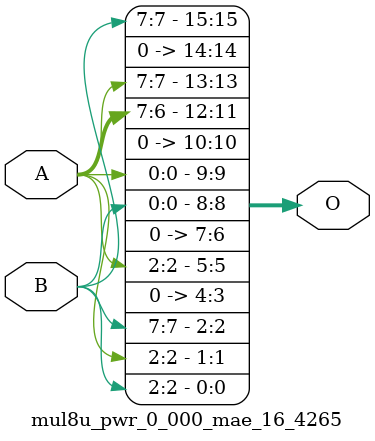
<source format=v>
/***
* This code is a part of ApproxLib library (ehw.fit.vutbr.cz/approxlib) distributed under a XXXX public license.
* When used, please cite the following article: tbd 
* This file is pareto optimal sub-set in the pdk45_pwr and mae% parameters
***/

module mul8u_pwr_0_000_mae_16_4265 (
    A,
    B,
    O
);

input [7:0] A;
input [7:0] B;
output [15:0] O;



assign O[15] = B[7];
assign O[14] = 1'b0;
assign O[13] = A[7];
assign O[12] = A[7];
assign O[11] = A[6];
assign O[10] = 1'b0;
assign O[9] = A[0];
assign O[8] = B[0];
assign O[7] = 1'b0;
assign O[6] = 1'b0;
assign O[5] = A[2];
assign O[4] = 1'b0;
assign O[3] = 1'b0;
assign O[2] = B[7];
assign O[1] = A[2];
assign O[0] = B[2];

endmodule



// internal reference: cgp-approx14.08.mul8u_pwr_0_000_mae_16_4265


</source>
